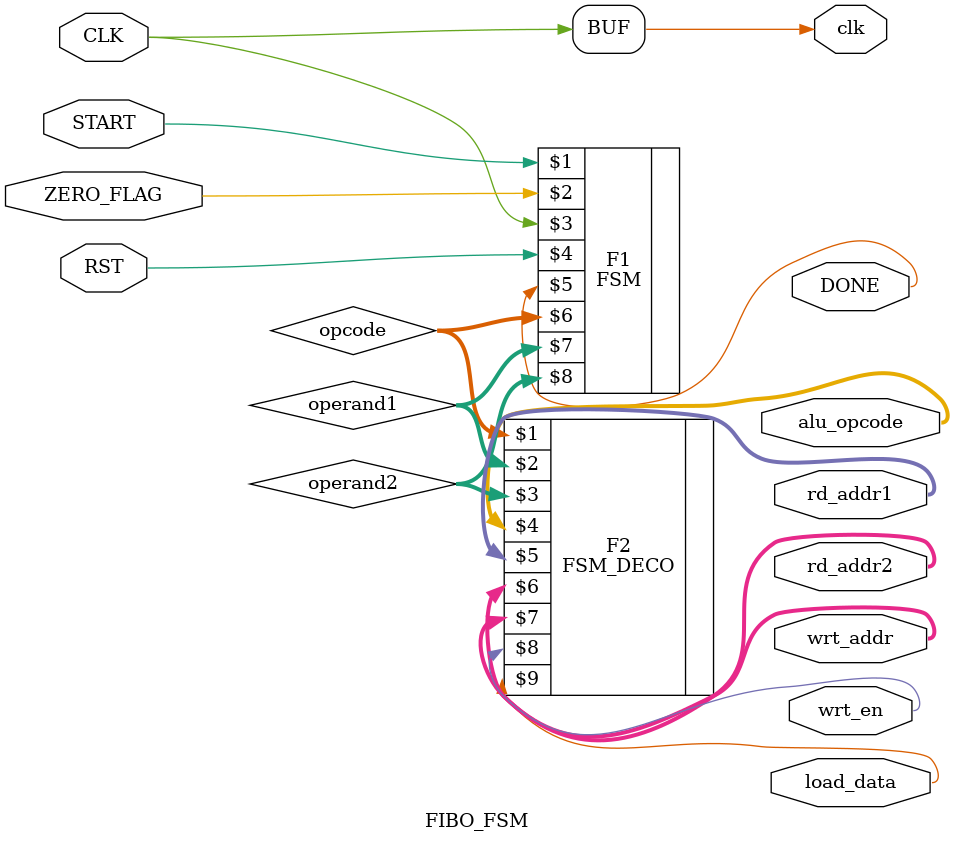
<source format=v>
module FIBO_FSM(START, CLK, RST, ZERO_FLAG, wrt_addr, wrt_en, clk, load_data, rd_addr1, rd_addr2, alu_opcode, DONE);

parameter size = 4;

input START, ZERO_FLAG, CLK, RST;

output [size-2:0] alu_opcode;
output [size-3:0] rd_addr1, rd_addr2, wrt_addr;
output clk, wrt_en, load_data, DONE;

wire [size-2:0] opcode;
wire [size-3:0] operand1, operand2;

FSM F1(START, ZERO_FLAG, CLK, RST, DONE, opcode, operand1, operand2);
FSM_DECO F2(opcode, operand1, operand2, alu_opcode, rd_addr1, rd_addr2, wrt_addr, wrt_en, load_data);

assign clk = CLK;

endmodule

</source>
